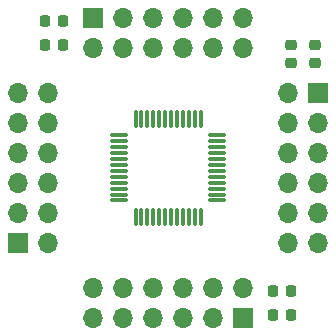
<source format=gbr>
%TF.GenerationSoftware,KiCad,Pcbnew,7.0.8*%
%TF.CreationDate,2024-01-12T13:09:39+01:00*%
%TF.ProjectId,adapter_STM32,61646170-7465-4725-9f53-544d33322e6b,rev?*%
%TF.SameCoordinates,Original*%
%TF.FileFunction,Soldermask,Top*%
%TF.FilePolarity,Negative*%
%FSLAX46Y46*%
G04 Gerber Fmt 4.6, Leading zero omitted, Abs format (unit mm)*
G04 Created by KiCad (PCBNEW 7.0.8) date 2024-01-12 13:09:39*
%MOMM*%
%LPD*%
G01*
G04 APERTURE LIST*
G04 Aperture macros list*
%AMRoundRect*
0 Rectangle with rounded corners*
0 $1 Rounding radius*
0 $2 $3 $4 $5 $6 $7 $8 $9 X,Y pos of 4 corners*
0 Add a 4 corners polygon primitive as box body*
4,1,4,$2,$3,$4,$5,$6,$7,$8,$9,$2,$3,0*
0 Add four circle primitives for the rounded corners*
1,1,$1+$1,$2,$3*
1,1,$1+$1,$4,$5*
1,1,$1+$1,$6,$7*
1,1,$1+$1,$8,$9*
0 Add four rect primitives between the rounded corners*
20,1,$1+$1,$2,$3,$4,$5,0*
20,1,$1+$1,$4,$5,$6,$7,0*
20,1,$1+$1,$6,$7,$8,$9,0*
20,1,$1+$1,$8,$9,$2,$3,0*%
G04 Aperture macros list end*
%ADD10RoundRect,0.225000X-0.225000X-0.250000X0.225000X-0.250000X0.225000X0.250000X-0.225000X0.250000X0*%
%ADD11R,1.700000X1.700000*%
%ADD12O,1.700000X1.700000*%
%ADD13RoundRect,0.225000X-0.250000X0.225000X-0.250000X-0.225000X0.250000X-0.225000X0.250000X0.225000X0*%
%ADD14RoundRect,0.075000X-0.662500X-0.075000X0.662500X-0.075000X0.662500X0.075000X-0.662500X0.075000X0*%
%ADD15RoundRect,0.075000X-0.075000X-0.662500X0.075000X-0.662500X0.075000X0.662500X-0.075000X0.662500X0*%
G04 APERTURE END LIST*
D10*
%TO.C,C6*%
X86093000Y-45974000D03*
X87643000Y-45974000D03*
%TD*%
%TO.C,C8*%
X86080000Y-48006000D03*
X87630000Y-48006000D03*
%TD*%
D11*
%TO.C,J4*%
X109220000Y-52070000D03*
D12*
X106680000Y-52070000D03*
X109220000Y-54610000D03*
X106680000Y-54610000D03*
X109220000Y-57150000D03*
X106680000Y-57150000D03*
X109220000Y-59690000D03*
X106680000Y-59690000D03*
X109220000Y-62230000D03*
X106680000Y-62230000D03*
X109220000Y-64770000D03*
X106680000Y-64770000D03*
%TD*%
D10*
%TO.C,C5*%
X105384000Y-70866000D03*
X106934000Y-70866000D03*
%TD*%
D11*
%TO.C,J3*%
X90170000Y-45720000D03*
D12*
X90170000Y-48260000D03*
X92710000Y-45720000D03*
X92710000Y-48260000D03*
X95250000Y-45720000D03*
X95250000Y-48260000D03*
X97790000Y-45720000D03*
X97790000Y-48260000D03*
X100330000Y-45720000D03*
X100330000Y-48260000D03*
X102870000Y-45720000D03*
X102870000Y-48260000D03*
%TD*%
D13*
%TO.C,C4*%
X108966000Y-48006000D03*
X108966000Y-49556000D03*
%TD*%
D12*
%TO.C,J2*%
X90170000Y-68580000D03*
X90170000Y-71120000D03*
X92710000Y-68580000D03*
X92710000Y-71120000D03*
X95250000Y-68580000D03*
X95250000Y-71120000D03*
X97790000Y-68580000D03*
X97790000Y-71120000D03*
X100330000Y-68580000D03*
X100330000Y-71120000D03*
X102870000Y-68580000D03*
D11*
X102870000Y-71120000D03*
%TD*%
D10*
%TO.C,C2*%
X105397000Y-68834000D03*
X106947000Y-68834000D03*
%TD*%
D13*
%TO.C,C9*%
X106934000Y-47993000D03*
X106934000Y-49543000D03*
%TD*%
D14*
%TO.C,U1*%
X92357500Y-55670000D03*
X92357500Y-56170000D03*
X92357500Y-56670000D03*
X92357500Y-57170000D03*
X92357500Y-57670000D03*
X92357500Y-58170000D03*
X92357500Y-58670000D03*
X92357500Y-59170000D03*
X92357500Y-59670000D03*
X92357500Y-60170000D03*
X92357500Y-60670000D03*
X92357500Y-61170000D03*
D15*
X93770000Y-62582500D03*
X94270000Y-62582500D03*
X94770000Y-62582500D03*
X95270000Y-62582500D03*
X95770000Y-62582500D03*
X96270000Y-62582500D03*
X96770000Y-62582500D03*
X97270000Y-62582500D03*
X97770000Y-62582500D03*
X98270000Y-62582500D03*
X98770000Y-62582500D03*
X99270000Y-62582500D03*
D14*
X100682500Y-61170000D03*
X100682500Y-60670000D03*
X100682500Y-60170000D03*
X100682500Y-59670000D03*
X100682500Y-59170000D03*
X100682500Y-58670000D03*
X100682500Y-58170000D03*
X100682500Y-57670000D03*
X100682500Y-57170000D03*
X100682500Y-56670000D03*
X100682500Y-56170000D03*
X100682500Y-55670000D03*
D15*
X99270000Y-54257500D03*
X98770000Y-54257500D03*
X98270000Y-54257500D03*
X97770000Y-54257500D03*
X97270000Y-54257500D03*
X96770000Y-54257500D03*
X96270000Y-54257500D03*
X95770000Y-54257500D03*
X95270000Y-54257500D03*
X94770000Y-54257500D03*
X94270000Y-54257500D03*
X93770000Y-54257500D03*
%TD*%
D11*
%TO.C,J1*%
X83820000Y-64770000D03*
D12*
X86360000Y-64770000D03*
X83820000Y-62230000D03*
X86360000Y-62230000D03*
X83820000Y-59690000D03*
X86360000Y-59690000D03*
X83820000Y-57150000D03*
X86360000Y-57150000D03*
X83820000Y-54610000D03*
X86360000Y-54610000D03*
X83820000Y-52070000D03*
X86360000Y-52070000D03*
%TD*%
M02*

</source>
